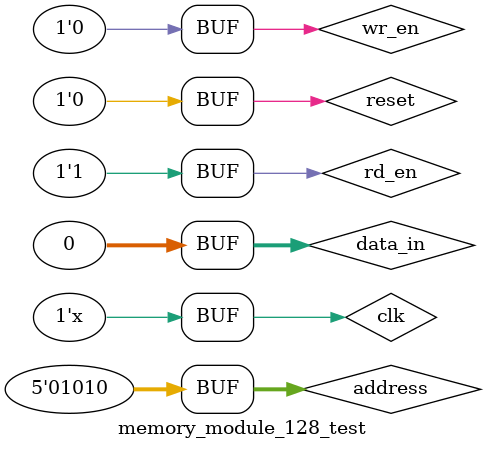
<source format=v>
`timescale 1ns / 1ps

module three_state_buffer_test();

    reg[7:0] data_in;
    wire[7:0] data_out;
    reg enable;

    three_state_buffer uut(data_in, enable, data_out);
    
    initial begin
        data_in = 8'b00011100;
        enable = 0; #200;
        enable = 1; #200;
        enable = 0; #200;
        enable = 1; #200;

    end
endmodule

module eight_bit_bus_test();

   reg[7:0] data_1;
   reg[7:0] data_2;
   reg Select;
   wire[7:0] Output;
   
   eight_bit_bus uut(data_1, data_2, Select, Output);
   
   initial begin
        data_1 = 8'b10101010;
        data_2 = 8'b00110011; #200;
        Select = 0; #200;
        Select = 1; #200;
        Select = 0; #200;
        Select = 1; #200;
   end
   
endmodule

module eight_bit_bus_two_out_test();
   reg[7:0] data_1;
   reg[7:0] data_2;
   reg Select;
   wire[7:0] Output_1;
   wire[7:0] Output_2;   
   eight_bit_bus_two_out uut(data_1, data_2, Select, Output_1, Output_2);
   
   initial begin
        data_1 = 8'b10101010;
        data_2 = 8'b00110011;
        Select = 0; #200;
        Select = 1; #200;
        Select = 0; #200;
        Select = 1; #200;
   end
endmodule

module memory_line_test();  
   reg [7:0]data_in;
   reg reset;
   reg clk;
   reg line_sel;
   reg rd_en;
   reg wr_en;
   wire [7:0] data_out;
   memory_line uut(data_in, reset, clk, line_sel, rd_en, wr_en, data_out);
   
   initial begin
        clk = 0;
   end
   always begin
       clk <= ~clk; #70;
   end

   initial begin
        data_in = 8'b00000000;  reset = 1; line_sel = 1;   rd_en = 0; wr_en = 1;     #200;
        data_in = 8'b00110011;  reset = 0; line_sel = 1;   rd_en = 0; wr_en = 1;     #200;
        data_in = 8'b10101010;  reset = 0; line_sel = 1;   rd_en = 1; wr_en = 0;     #200;
        data_in = 8'b11001100;  reset = 0; line_sel = 1;   rd_en = 0; wr_en = 1;     #200;
        data_in = 8'b11111111;  reset = 1; line_sel = 1;   rd_en = 1; wr_en = 0;     #200;
   end

endmodule

module memory_module_test();
   reg [7:0] data_in;
   reg reset;
   reg clk;
   reg rd_en;
   reg wr_en;
   reg chip_sel;
   reg [2:0] address;
   wire [7:0] data_out;
   memory_module uut(data_in, reset, clk, rd_en, wr_en, chip_sel, address, data_out);
   
   initial begin
        clk = 0;
   end
   always begin
       clk <= ~clk; #30;
   end
   
   initial begin
        data_in = 8'b00000011;  reset = 0; chip_sel = 1;   rd_en = 0; wr_en = 1; address = 3'b010;     #100;
        data_in = 8'b11000011;  reset = 0; chip_sel = 1;   rd_en = 1; wr_en = 0; address = 3'b010;     #100;
        data_in = 8'b11000000;  reset = 0; chip_sel = 1;   rd_en = 1; wr_en = 0; address = 3'b011;     #100;
        data_in = 8'b11110000;  reset = 0; chip_sel = 1;   rd_en = 0; wr_en = 1; address = 3'b011;     #100;
        data_in = 8'b10101010;  reset = 0; chip_sel = 1;   rd_en = 1; wr_en = 0; address = 3'b110;     #100;
        data_in = 8'b01010101;  reset = 0; chip_sel = 1;   rd_en = 0; wr_en = 1; address = 3'b110;     #100;
        data_in = 8'b11001100;  reset = 0; chip_sel = 1;   rd_en = 1; wr_en = 0; address = 3'b110;     #100;
        data_in = 8'b01011100;  reset = 0; chip_sel = 1;   rd_en = 0; wr_en = 1; address = 3'b000;     #100;
        data_in = 8'b11001100;  reset = 0; chip_sel = 1;   rd_en = 1; wr_en = 0; address = 3'b000;     #100;
        data_in = 8'b01010101;  reset = 0; chip_sel = 1;   rd_en = 1; wr_en = 0; address = 3'b010;     #100;
   end

endmodule

module memory_module_32_test();
   reg [7:0] data_in;
   reg [4:0] address;
   reg reset;
   reg clk;
   reg rd_en;
   reg wr_en;
   wire [7:0] data_out;
   memory_module_32 uut(data_in, address, reset, rd_en, wr_en, clk, data_out);
   
   always begin
       clk <= ~clk; #30;
   end

   initial begin
        clk = 0;  address = 5'd0 ; data_in = 8'd0;  reset = 1;  rd_en = 0; wr_en = 1;     #125;
        clk = 0;  address = 5'd30 ; data_in = 8'd25;  reset = 0;  rd_en = 0; wr_en = 1;     #125;
        clk = 0;  address = 5'd20 ; data_in = 8'd15;  reset = 0;  rd_en = 0; wr_en = 1;     #125;
        clk = 0;  address = 5'd12 ; data_in = 8'd0;  reset = 0;  rd_en = 1; wr_en = 0;     #125;
        clk = 0;  address = 5'd10 ; data_in = 8'd18;  reset = 0;  rd_en = 0; wr_en = 1;     #125;
        clk = 0;  address = 5'd15 ; data_in = 8'd0;  reset = 0;  rd_en = 1; wr_en = 0;     #125;
        clk = 0;  address = 5'd30 ; data_in = 8'd0;  reset = 0;  rd_en = 1; wr_en = 0;     #125;
        clk = 0;  address = 5'd10 ; data_in = 8'd0;  reset = 0;  rd_en = 1; wr_en = 0;     #125;
   end
endmodule

module memory_module_128_test();
   reg [31:0]data_in;
   reg [4:0]address;
   reg reset;
   reg clk;
   reg rd_en;
   reg wr_en;
   wire [31:0] data_out;
   memory_module_128 uut(data_in, address, reset, rd_en, wr_en, clk, data_out);
   
   initial begin
        clk = 0;
   end

   always begin
       clk <= ~clk; #30;
   end

   initial begin
        address = 5'd0 ; data_in = 32'd0;  reset = 1;  rd_en = 0; wr_en = 1;     #125;
        address = 5'd30 ; data_in = 32'd25;  reset = 0;  rd_en = 0; wr_en = 1;     #125;
        address = 5'd20 ; data_in = 32'd15;  reset = 0;  rd_en = 0; wr_en = 1;     #125;
        address = 5'd12 ; data_in = 32'd0;  reset = 0;  rd_en = 1; wr_en = 0;     #125;
        address = 5'd10 ; data_in = 32'd18;  reset = 0;  rd_en = 0; wr_en = 1;     #125;
        address = 5'd15 ; data_in = 32'd0;  reset = 0;  rd_en = 1; wr_en = 0;     #125;
        address = 5'd30 ; data_in = 32'd0;  reset = 0;  rd_en = 1; wr_en = 0;     #125;
        address = 5'd10 ; data_in = 32'd0;  reset = 0;  rd_en = 1; wr_en = 0;     #125;
   end
endmodule

</source>
